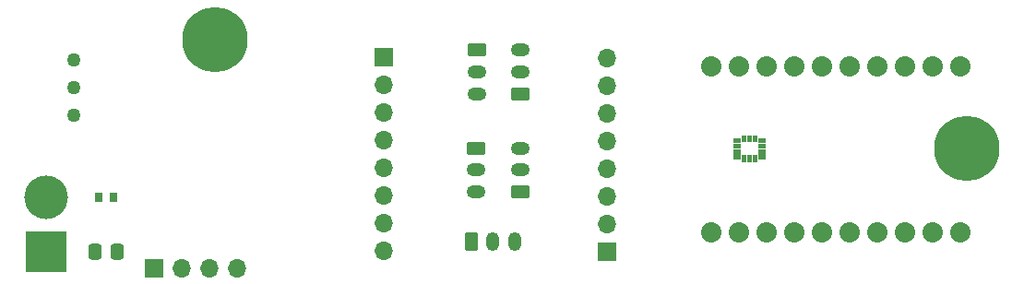
<source format=gts>
%TF.GenerationSoftware,KiCad,Pcbnew,8.0.4*%
%TF.CreationDate,2024-09-27T18:01:19-04:00*%
%TF.ProjectId,Sp-I,53702d49-2e6b-4696-9361-645f70636258,rev?*%
%TF.SameCoordinates,Original*%
%TF.FileFunction,Soldermask,Top*%
%TF.FilePolarity,Negative*%
%FSLAX46Y46*%
G04 Gerber Fmt 4.6, Leading zero omitted, Abs format (unit mm)*
G04 Created by KiCad (PCBNEW 8.0.4) date 2024-09-27 18:01:19*
%MOMM*%
%LPD*%
G01*
G04 APERTURE LIST*
G04 Aperture macros list*
%AMRoundRect*
0 Rectangle with rounded corners*
0 $1 Rounding radius*
0 $2 $3 $4 $5 $6 $7 $8 $9 X,Y pos of 4 corners*
0 Add a 4 corners polygon primitive as box body*
4,1,4,$2,$3,$4,$5,$6,$7,$8,$9,$2,$3,0*
0 Add four circle primitives for the rounded corners*
1,1,$1+$1,$2,$3*
1,1,$1+$1,$4,$5*
1,1,$1+$1,$6,$7*
1,1,$1+$1,$8,$9*
0 Add four rect primitives between the rounded corners*
20,1,$1+$1,$2,$3,$4,$5,0*
20,1,$1+$1,$4,$5,$6,$7,0*
20,1,$1+$1,$6,$7,$8,$9,0*
20,1,$1+$1,$8,$9,$2,$3,0*%
G04 Aperture macros list end*
%ADD10C,0.010000*%
%ADD11C,6.000000*%
%ADD12C,1.869000*%
%ADD13R,1.700000X1.700000*%
%ADD14O,1.700000X1.700000*%
%ADD15RoundRect,0.250000X0.337500X0.475000X-0.337500X0.475000X-0.337500X-0.475000X0.337500X-0.475000X0*%
%ADD16RoundRect,0.250000X-0.625000X0.350000X-0.625000X-0.350000X0.625000X-0.350000X0.625000X0.350000X0*%
%ADD17O,1.750000X1.200000*%
%ADD18RoundRect,0.250000X0.625000X-0.350000X0.625000X0.350000X-0.625000X0.350000X-0.625000X-0.350000X0*%
%ADD19R,3.800000X3.800000*%
%ADD20C,4.000000*%
%ADD21R,0.698500X0.939800*%
%ADD22C,1.270000*%
%ADD23RoundRect,0.250000X-0.350000X-0.625000X0.350000X-0.625000X0.350000X0.625000X-0.350000X0.625000X0*%
%ADD24O,1.200000X1.750000*%
G04 APERTURE END LIST*
D10*
%TO.C,MT1*%
X169625000Y-133925000D02*
X169050000Y-133925000D01*
X169050000Y-133575000D01*
X169625000Y-133575000D01*
X169625000Y-133925000D01*
G36*
X169625000Y-133925000D02*
G01*
X169050000Y-133925000D01*
X169050000Y-133575000D01*
X169625000Y-133575000D01*
X169625000Y-133925000D01*
G37*
X169625000Y-134425000D02*
X169050000Y-134425000D01*
X169050000Y-134075000D01*
X169625000Y-134075000D01*
X169625000Y-134425000D01*
G36*
X169625000Y-134425000D02*
G01*
X169050000Y-134425000D01*
X169050000Y-134075000D01*
X169625000Y-134075000D01*
X169625000Y-134425000D01*
G37*
X169625000Y-134925000D02*
X169050000Y-134925000D01*
X169050000Y-134575000D01*
X169625000Y-134575000D01*
X169625000Y-134925000D01*
G36*
X169625000Y-134925000D02*
G01*
X169050000Y-134925000D01*
X169050000Y-134575000D01*
X169625000Y-134575000D01*
X169625000Y-134925000D01*
G37*
X169625000Y-135425000D02*
X169050000Y-135425000D01*
X169050000Y-135075000D01*
X169625000Y-135075000D01*
X169625000Y-135425000D01*
G36*
X169625000Y-135425000D02*
G01*
X169050000Y-135425000D01*
X169050000Y-135075000D01*
X169625000Y-135075000D01*
X169625000Y-135425000D01*
G37*
X170175000Y-133875000D02*
X169825000Y-133875000D01*
X169825000Y-133300000D01*
X170175000Y-133300000D01*
X170175000Y-133875000D01*
G36*
X170175000Y-133875000D02*
G01*
X169825000Y-133875000D01*
X169825000Y-133300000D01*
X170175000Y-133300000D01*
X170175000Y-133875000D01*
G37*
X170175000Y-135700000D02*
X169825000Y-135700000D01*
X169825000Y-135125000D01*
X170175000Y-135125000D01*
X170175000Y-135700000D01*
G36*
X170175000Y-135700000D02*
G01*
X169825000Y-135700000D01*
X169825000Y-135125000D01*
X170175000Y-135125000D01*
X170175000Y-135700000D01*
G37*
X170675000Y-133875000D02*
X170325000Y-133875000D01*
X170325000Y-133300000D01*
X170675000Y-133300000D01*
X170675000Y-133875000D01*
G36*
X170675000Y-133875000D02*
G01*
X170325000Y-133875000D01*
X170325000Y-133300000D01*
X170675000Y-133300000D01*
X170675000Y-133875000D01*
G37*
X170675000Y-135700000D02*
X170325000Y-135700000D01*
X170325000Y-135125000D01*
X170675000Y-135125000D01*
X170675000Y-135700000D01*
G36*
X170675000Y-135700000D02*
G01*
X170325000Y-135700000D01*
X170325000Y-135125000D01*
X170675000Y-135125000D01*
X170675000Y-135700000D01*
G37*
X171175000Y-133875000D02*
X170825000Y-133875000D01*
X170825000Y-133300000D01*
X171175000Y-133300000D01*
X171175000Y-133875000D01*
G36*
X171175000Y-133875000D02*
G01*
X170825000Y-133875000D01*
X170825000Y-133300000D01*
X171175000Y-133300000D01*
X171175000Y-133875000D01*
G37*
X171175000Y-135700000D02*
X170825000Y-135700000D01*
X170825000Y-135125000D01*
X171175000Y-135125000D01*
X171175000Y-135700000D01*
G36*
X171175000Y-135700000D02*
G01*
X170825000Y-135700000D01*
X170825000Y-135125000D01*
X171175000Y-135125000D01*
X171175000Y-135700000D01*
G37*
X171950000Y-133925000D02*
X171375000Y-133925000D01*
X171375000Y-133575000D01*
X171950000Y-133575000D01*
X171950000Y-133925000D01*
G36*
X171950000Y-133925000D02*
G01*
X171375000Y-133925000D01*
X171375000Y-133575000D01*
X171950000Y-133575000D01*
X171950000Y-133925000D01*
G37*
X171950000Y-134425000D02*
X171375000Y-134425000D01*
X171375000Y-134075000D01*
X171950000Y-134075000D01*
X171950000Y-134425000D01*
G36*
X171950000Y-134425000D02*
G01*
X171375000Y-134425000D01*
X171375000Y-134075000D01*
X171950000Y-134075000D01*
X171950000Y-134425000D01*
G37*
X171950000Y-134925000D02*
X171375000Y-134925000D01*
X171375000Y-134575000D01*
X171950000Y-134575000D01*
X171950000Y-134925000D01*
G36*
X171950000Y-134925000D02*
G01*
X171375000Y-134925000D01*
X171375000Y-134575000D01*
X171950000Y-134575000D01*
X171950000Y-134925000D01*
G37*
X171950000Y-135425000D02*
X171375000Y-135425000D01*
X171375000Y-135075000D01*
X171950000Y-135075000D01*
X171950000Y-135425000D01*
G36*
X171950000Y-135425000D02*
G01*
X171375000Y-135425000D01*
X171375000Y-135075000D01*
X171950000Y-135075000D01*
X171950000Y-135425000D01*
G37*
%TD*%
D11*
%TO.C,REF\u002A\u002A*%
X121500000Y-124500000D03*
%TD*%
%TO.C,REF\u002A\u002A*%
X190500000Y-134500000D03*
%TD*%
D12*
%TO.C,IC1*%
X184780000Y-127000000D03*
X182240000Y-127000000D03*
X179700000Y-127000000D03*
X177160000Y-127000000D03*
X174620000Y-127000000D03*
X172080000Y-127000000D03*
X169540000Y-127000000D03*
X167000000Y-127000000D03*
X167000000Y-142240000D03*
X169540000Y-142240000D03*
X172080000Y-142240000D03*
X174620000Y-142240000D03*
X177160000Y-142240000D03*
X179700000Y-142240000D03*
X182240000Y-142240000D03*
X184780000Y-142240000D03*
X189860000Y-142240000D03*
X187320000Y-127000000D03*
X187320000Y-142240000D03*
X189860000Y-127000000D03*
%TD*%
D13*
%TO.C,J8*%
X137000000Y-126125000D03*
D14*
X137000000Y-128665000D03*
X137000000Y-131205000D03*
X137000000Y-133745000D03*
X137000000Y-136285000D03*
X137000000Y-138825000D03*
X137000000Y-141365000D03*
X137000000Y-143905000D03*
%TD*%
D15*
%TO.C,C6*%
X112537500Y-144000000D03*
X110462500Y-144000000D03*
%TD*%
D16*
%TO.C,J2*%
X145450000Y-134500000D03*
D17*
X145450000Y-136500000D03*
X145450000Y-138500000D03*
%TD*%
D18*
%TO.C,J3*%
X149500000Y-129500000D03*
D17*
X149500000Y-127500000D03*
X149500000Y-125500000D03*
%TD*%
D13*
%TO.C,J7*%
X157500000Y-144000000D03*
D14*
X157500000Y-141460000D03*
X157500000Y-138920000D03*
X157500000Y-136380000D03*
X157500000Y-133840000D03*
X157500000Y-131300000D03*
X157500000Y-128760000D03*
X157500000Y-126220000D03*
%TD*%
D19*
%TO.C,J9*%
X106000000Y-144000000D03*
D20*
X106000000Y-139000000D03*
%TD*%
D21*
%TO.C,F1*%
X110820550Y-139000000D03*
X112179450Y-139000000D03*
%TD*%
D22*
%TO.C,U1*%
X108500000Y-131500000D03*
X108500000Y-128960000D03*
X108500000Y-126420000D03*
%TD*%
D13*
%TO.C,J4*%
X115920000Y-145500000D03*
D14*
X118460000Y-145500000D03*
X121000000Y-145500000D03*
X123540000Y-145500000D03*
%TD*%
D16*
%TO.C,J1*%
X145500000Y-125500000D03*
D17*
X145500000Y-127500000D03*
X145500000Y-129500000D03*
%TD*%
D18*
%TO.C,J6*%
X149500000Y-138500000D03*
D17*
X149500000Y-136500000D03*
X149500000Y-134500000D03*
%TD*%
D23*
%TO.C,J5*%
X145000000Y-143050000D03*
D24*
X147000000Y-143050000D03*
X149000000Y-143050000D03*
%TD*%
M02*

</source>
